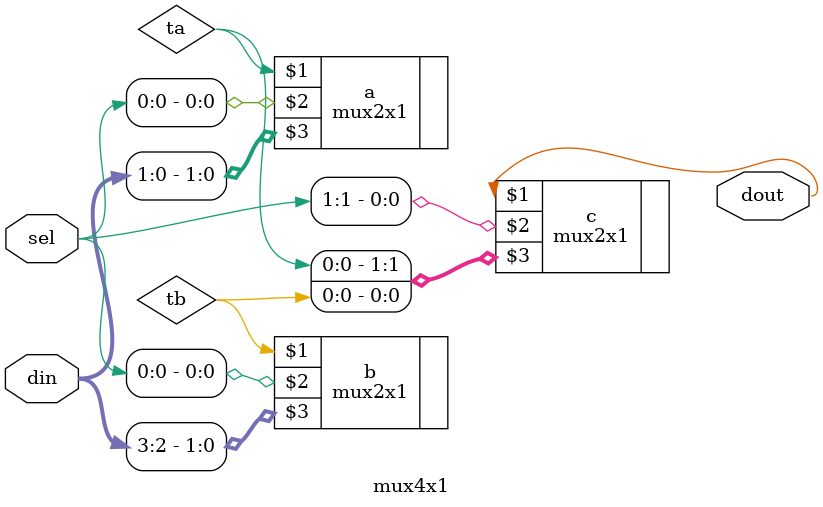
<source format=v>
`timescale 10ns/1ns
`include "mux2x1.v"
module mux4x1(dout, sel, din);
    output dout;
    input [1:0] sel;
    input [3:0] din;
    wire ta, tb;
    mux2x1 a(ta, sel[0], din[1:0]),
           b(tb, sel[0], din[3:2]),
           c(dout, sel[1], {ta, tb});
endmodule
</source>
